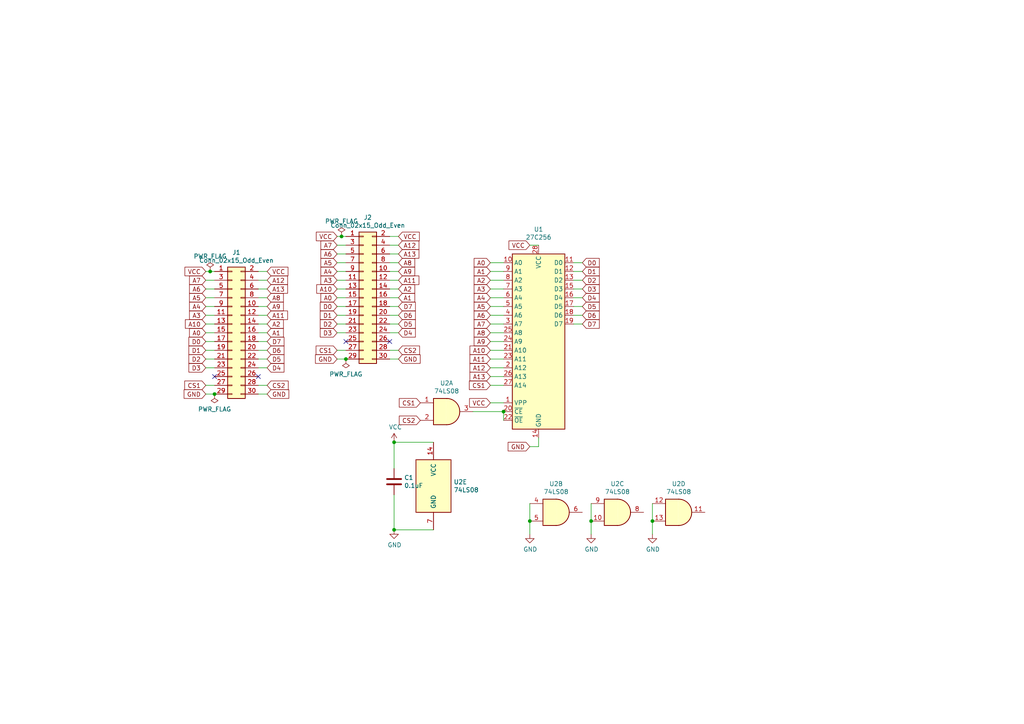
<source format=kicad_sch>
(kicad_sch (version 20211123) (generator eeschema)
  (paper "A4")
  (title_block (title "SVI328 MSX cartridge") (date "2021-10-30") (company "Noel Llopis"))
  (lib_symbols
    (symbol "74xx:74LS08" (pin_names (offset 1.016))
      (property "Reference" "U" (at 0 1.27 0))
      (property "Value" "74LS08" (at 0 -1.27 0))
      (symbol "74LS08_1_1"
        (arc (start 0 -3.81) (mid 3.81 0) (end 0 3.81) (stroke (width 0.254)) (fill (type background)))
        (polyline (pts (xy 0 3.81) (xy -3.81 3.81) (xy -3.81 -3.81) (xy 0 -3.81)) (stroke (width 0.254)) (fill (type background)))
        (pin input line (at -7.62 2.54 0) (length 3.81) (name "~") (number "1"))
        (pin input line (at -7.62 -2.54 0) (length 3.81) (name "~") (number "2"))
        (pin output line (at 7.62 0 180) (length 3.81) (name "~") (number "3"))
      )
      (symbol "74LS08_1_2"
        (arc (start -3.81 -3.81) (mid -2.589 0) (end -3.81 3.81) (stroke (width 0.254)))
        (arc (start -0.6096 -3.81) (mid 2.1842 -2.5851) (end 3.81 0) (stroke (width 0.254)) (fill (type background)))
        (polyline (pts (xy -3.81 -3.81) (xy -0.635 -3.81)) (stroke (width 0.254)) (fill (type background)))
        (polyline (pts (xy -3.81 3.81) (xy -0.635 3.81)) (stroke (width 0.254)) (fill (type background)))
        (polyline (pts (xy -0.635 3.81) (xy -3.81 3.81) (xy -3.81 3.81) (xy -3.556 3.4036) (xy -3.0226 2.2606) (xy -2.6924 1.0414) (xy -2.6162 -0.254) (xy -2.7686 -1.4986) (xy -3.175 -2.7178) (xy -3.81 -3.81) (xy -3.81 -3.81) (xy -0.635 -3.81)) (stroke (width -25.4)) (fill (type background)))
        (arc (start 3.81 0) (mid 2.1915 2.5936) (end -0.6096 3.81) (stroke (width 0.254)) (fill (type background)))
        (pin input inverted (at -7.62 2.54 0) (length 4.318) (name "~") (number "1"))
        (pin input inverted (at -7.62 -2.54 0) (length 4.318) (name "~") (number "2"))
        (pin output inverted (at 7.62 0 180) (length 3.81) (name "~") (number "3"))
      )
      (symbol "74LS08_2_1"
        (arc (start 0 -3.81) (mid 3.81 0) (end 0 3.81) (stroke (width 0.254)) (fill (type background)))
        (polyline (pts (xy 0 3.81) (xy -3.81 3.81) (xy -3.81 -3.81) (xy 0 -3.81)) (stroke (width 0.254)) (fill (type background)))
        (pin input line (at -7.62 2.54 0) (length 3.81) (name "~") (number "4"))
        (pin input line (at -7.62 -2.54 0) (length 3.81) (name "~") (number "5"))
        (pin output line (at 7.62 0 180) (length 3.81) (name "~") (number "6"))
      )
      (symbol "74LS08_2_2"
        (arc (start -3.81 -3.81) (mid -2.589 0) (end -3.81 3.81) (stroke (width 0.254)))
        (arc (start -0.6096 -3.81) (mid 2.1842 -2.5851) (end 3.81 0) (stroke (width 0.254)) (fill (type background)))
        (polyline (pts (xy -3.81 -3.81) (xy -0.635 -3.81)) (stroke (width 0.254)) (fill (type background)))
        (polyline (pts (xy -3.81 3.81) (xy -0.635 3.81)) (stroke (width 0.254)) (fill (type background)))
        (polyline (pts (xy -0.635 3.81) (xy -3.81 3.81) (xy -3.81 3.81) (xy -3.556 3.4036) (xy -3.0226 2.2606) (xy -2.6924 1.0414) (xy -2.6162 -0.254) (xy -2.7686 -1.4986) (xy -3.175 -2.7178) (xy -3.81 -3.81) (xy -3.81 -3.81) (xy -0.635 -3.81)) (stroke (width -25.4)) (fill (type background)))
        (arc (start 3.81 0) (mid 2.1915 2.5936) (end -0.6096 3.81) (stroke (width 0.254)) (fill (type background)))
        (pin input inverted (at -7.62 2.54 0) (length 4.318) (name "~") (number "4"))
        (pin input inverted (at -7.62 -2.54 0) (length 4.318) (name "~") (number "5"))
        (pin output inverted (at 7.62 0 180) (length 3.81) (name "~") (number "6"))
      )
      (symbol "74LS08_3_1"
        (arc (start 0 -3.81) (mid 3.81 0) (end 0 3.81) (stroke (width 0.254)) (fill (type background)))
        (polyline (pts (xy 0 3.81) (xy -3.81 3.81) (xy -3.81 -3.81) (xy 0 -3.81)) (stroke (width 0.254)) (fill (type background)))
        (pin input line (at -7.62 -2.54 0) (length 3.81) (name "~") (number "10"))
        (pin output line (at 7.62 0 180) (length 3.81) (name "~") (number "8"))
        (pin input line (at -7.62 2.54 0) (length 3.81) (name "~") (number "9"))
      )
      (symbol "74LS08_3_2"
        (arc (start -3.81 -3.81) (mid -2.589 0) (end -3.81 3.81) (stroke (width 0.254)))
        (arc (start -0.6096 -3.81) (mid 2.1842 -2.5851) (end 3.81 0) (stroke (width 0.254)) (fill (type background)))
        (polyline (pts (xy -3.81 -3.81) (xy -0.635 -3.81)) (stroke (width 0.254)) (fill (type background)))
        (polyline (pts (xy -3.81 3.81) (xy -0.635 3.81)) (stroke (width 0.254)) (fill (type background)))
        (polyline (pts (xy -0.635 3.81) (xy -3.81 3.81) (xy -3.81 3.81) (xy -3.556 3.4036) (xy -3.0226 2.2606) (xy -2.6924 1.0414) (xy -2.6162 -0.254) (xy -2.7686 -1.4986) (xy -3.175 -2.7178) (xy -3.81 -3.81) (xy -3.81 -3.81) (xy -0.635 -3.81)) (stroke (width -25.4)) (fill (type background)))
        (arc (start 3.81 0) (mid 2.1915 2.5936) (end -0.6096 3.81) (stroke (width 0.254)) (fill (type background)))
        (pin input inverted (at -7.62 -2.54 0) (length 4.318) (name "~") (number "10"))
        (pin output inverted (at 7.62 0 180) (length 3.81) (name "~") (number "8"))
        (pin input inverted (at -7.62 2.54 0) (length 4.318) (name "~") (number "9"))
      )
      (symbol "74LS08_4_1"
        (arc (start 0 -3.81) (mid 3.81 0) (end 0 3.81) (stroke (width 0.254)) (fill (type background)))
        (polyline (pts (xy 0 3.81) (xy -3.81 3.81) (xy -3.81 -3.81) (xy 0 -3.81)) (stroke (width 0.254)) (fill (type background)))
        (pin output line (at 7.62 0 180) (length 3.81) (name "~") (number "11"))
        (pin input line (at -7.62 2.54 0) (length 3.81) (name "~") (number "12"))
        (pin input line (at -7.62 -2.54 0) (length 3.81) (name "~") (number "13"))
      )
      (symbol "74LS08_4_2"
        (arc (start -3.81 -3.81) (mid -2.589 0) (end -3.81 3.81) (stroke (width 0.254)))
        (arc (start -0.6096 -3.81) (mid 2.1842 -2.5851) (end 3.81 0) (stroke (width 0.254)) (fill (type background)))
        (polyline (pts (xy -3.81 -3.81) (xy -0.635 -3.81)) (stroke (width 0.254)) (fill (type background)))
        (polyline (pts (xy -3.81 3.81) (xy -0.635 3.81)) (stroke (width 0.254)) (fill (type background)))
        (polyline (pts (xy -0.635 3.81) (xy -3.81 3.81) (xy -3.81 3.81) (xy -3.556 3.4036) (xy -3.0226 2.2606) (xy -2.6924 1.0414) (xy -2.6162 -0.254) (xy -2.7686 -1.4986) (xy -3.175 -2.7178) (xy -3.81 -3.81) (xy -3.81 -3.81) (xy -0.635 -3.81)) (stroke (width -25.4)) (fill (type background)))
        (arc (start 3.81 0) (mid 2.1915 2.5936) (end -0.6096 3.81) (stroke (width 0.254)) (fill (type background)))
        (pin output inverted (at 7.62 0 180) (length 3.81) (name "~") (number "11"))
        (pin input inverted (at -7.62 2.54 0) (length 4.318) (name "~") (number "12"))
        (pin input inverted (at -7.62 -2.54 0) (length 4.318) (name "~") (number "13"))
      )
      (symbol "74LS08_5_0"
        (pin power_in line (at 0 12.7 270) (length 5.08) (name "VCC") (number "14"))
        (pin power_in line (at 0 -12.7 90) (length 5.08) (name "GND") (number "7"))
      )
      (symbol "74LS08_5_1"
        (rectangle (start -5.08 7.62) (end 5.08 -7.62) (stroke (width 0.254)) (fill (type background)))
      )
    )
    (symbol "Connector_Generic:Conn_02x15_Odd_Even" (pin_names (offset 1.016) hide)
      (property "Reference" "J" (at 1.27 20.32 0))
      (property "Value" "Conn_02x15_Odd_Even" (at 1.27 -20.32 0))
      (symbol "Conn_02x15_Odd_Even_1_1"
        (rectangle (start -1.27 -17.653) (end 0 -17.907) (stroke (width 0.1524)))
        (rectangle (start -1.27 -15.113) (end 0 -15.367) (stroke (width 0.1524)))
        (rectangle (start -1.27 -12.573) (end 0 -12.827) (stroke (width 0.1524)))
        (rectangle (start -1.27 -10.033) (end 0 -10.287) (stroke (width 0.1524)))
        (rectangle (start -1.27 -7.493) (end 0 -7.747) (stroke (width 0.1524)))
        (rectangle (start -1.27 -4.953) (end 0 -5.207) (stroke (width 0.1524)))
        (rectangle (start -1.27 -2.413) (end 0 -2.667) (stroke (width 0.1524)))
        (rectangle (start -1.27 0.127) (end 0 -0.127) (stroke (width 0.1524)))
        (rectangle (start -1.27 2.667) (end 0 2.413) (stroke (width 0.1524)))
        (rectangle (start -1.27 5.207) (end 0 4.953) (stroke (width 0.1524)))
        (rectangle (start -1.27 7.747) (end 0 7.493) (stroke (width 0.1524)))
        (rectangle (start -1.27 10.287) (end 0 10.033) (stroke (width 0.1524)))
        (rectangle (start -1.27 12.827) (end 0 12.573) (stroke (width 0.1524)))
        (rectangle (start -1.27 15.367) (end 0 15.113) (stroke (width 0.1524)))
        (rectangle (start -1.27 17.907) (end 0 17.653) (stroke (width 0.1524)))
        (rectangle (start -1.27 19.05) (end 3.81 -19.05) (stroke (width 0.254)) (fill (type background)))
        (rectangle (start 3.81 -17.653) (end 2.54 -17.907) (stroke (width 0.1524)))
        (rectangle (start 3.81 -15.113) (end 2.54 -15.367) (stroke (width 0.1524)))
        (rectangle (start 3.81 -12.573) (end 2.54 -12.827) (stroke (width 0.1524)))
        (rectangle (start 3.81 -10.033) (end 2.54 -10.287) (stroke (width 0.1524)))
        (rectangle (start 3.81 -7.493) (end 2.54 -7.747) (stroke (width 0.1524)))
        (rectangle (start 3.81 -4.953) (end 2.54 -5.207) (stroke (width 0.1524)))
        (rectangle (start 3.81 -2.413) (end 2.54 -2.667) (stroke (width 0.1524)))
        (rectangle (start 3.81 0.127) (end 2.54 -0.127) (stroke (width 0.1524)))
        (rectangle (start 3.81 2.667) (end 2.54 2.413) (stroke (width 0.1524)))
        (rectangle (start 3.81 5.207) (end 2.54 4.953) (stroke (width 0.1524)))
        (rectangle (start 3.81 7.747) (end 2.54 7.493) (stroke (width 0.1524)))
        (rectangle (start 3.81 10.287) (end 2.54 10.033) (stroke (width 0.1524)))
        (rectangle (start 3.81 12.827) (end 2.54 12.573) (stroke (width 0.1524)))
        (rectangle (start 3.81 15.367) (end 2.54 15.113) (stroke (width 0.1524)))
        (rectangle (start 3.81 17.907) (end 2.54 17.653) (stroke (width 0.1524)))
        (pin passive line (at -5.08 17.78 0) (length 3.81) (name "Pin_1") (number "1"))
        (pin passive line (at 7.62 7.62 180) (length 3.81) (name "Pin_10") (number "10"))
        (pin passive line (at -5.08 5.08 0) (length 3.81) (name "Pin_11") (number "11"))
        (pin passive line (at 7.62 5.08 180) (length 3.81) (name "Pin_12") (number "12"))
        (pin passive line (at -5.08 2.54 0) (length 3.81) (name "Pin_13") (number "13"))
        (pin passive line (at 7.62 2.54 180) (length 3.81) (name "Pin_14") (number "14"))
        (pin passive line (at -5.08 0 0) (length 3.81) (name "Pin_15") (number "15"))
        (pin passive line (at 7.62 0 180) (length 3.81) (name "Pin_16") (number "16"))
        (pin passive line (at -5.08 -2.54 0) (length 3.81) (name "Pin_17") (number "17"))
        (pin passive line (at 7.62 -2.54 180) (length 3.81) (name "Pin_18") (number "18"))
        (pin passive line (at -5.08 -5.08 0) (length 3.81) (name "Pin_19") (number "19"))
        (pin passive line (at 7.62 17.78 180) (length 3.81) (name "Pin_2") (number "2"))
        (pin passive line (at 7.62 -5.08 180) (length 3.81) (name "Pin_20") (number "20"))
        (pin passive line (at -5.08 -7.62 0) (length 3.81) (name "Pin_21") (number "21"))
        (pin passive line (at 7.62 -7.62 180) (length 3.81) (name "Pin_22") (number "22"))
        (pin passive line (at -5.08 -10.16 0) (length 3.81) (name "Pin_23") (number "23"))
        (pin passive line (at 7.62 -10.16 180) (length 3.81) (name "Pin_24") (number "24"))
        (pin passive line (at -5.08 -12.7 0) (length 3.81) (name "Pin_25") (number "25"))
        (pin passive line (at 7.62 -12.7 180) (length 3.81) (name "Pin_26") (number "26"))
        (pin passive line (at -5.08 -15.24 0) (length 3.81) (name "Pin_27") (number "27"))
        (pin passive line (at 7.62 -15.24 180) (length 3.81) (name "Pin_28") (number "28"))
        (pin passive line (at -5.08 -17.78 0) (length 3.81) (name "Pin_29") (number "29"))
        (pin passive line (at -5.08 15.24 0) (length 3.81) (name "Pin_3") (number "3"))
        (pin passive line (at 7.62 -17.78 180) (length 3.81) (name "Pin_30") (number "30"))
        (pin passive line (at 7.62 15.24 180) (length 3.81) (name "Pin_4") (number "4"))
        (pin passive line (at -5.08 12.7 0) (length 3.81) (name "Pin_5") (number "5"))
        (pin passive line (at 7.62 12.7 180) (length 3.81) (name "Pin_6") (number "6"))
        (pin passive line (at -5.08 10.16 0) (length 3.81) (name "Pin_7") (number "7"))
        (pin passive line (at 7.62 10.16 180) (length 3.81) (name "Pin_8") (number "8"))
        (pin passive line (at -5.08 7.62 0) (length 3.81) (name "Pin_9") (number "9"))
      )
    )
    (symbol "Device:C" (pin_numbers hide) (pin_names (offset 0.254))
      (property "Reference" "C" (at 0.635 2.54 0))
      (property "Value" "C" (at 0.635 -2.54 0))
      (symbol "C_0_1"
        (polyline (pts (xy -2.032 -0.762) (xy 2.032 -0.762)) (stroke (width 0.508)))
        (polyline (pts (xy -2.032 0.762) (xy 2.032 0.762)) (stroke (width 0.508)))
      )
      (symbol "C_1_1"
        (pin passive line (at 0 3.81 270) (length 2.794) (name "~") (number "1"))
        (pin passive line (at 0 -3.81 90) (length 2.794) (name "~") (number "2"))
      )
    )
    (symbol "Memory_EPROM:27C256"
      (property "Reference" "U" (at -7.62 26.67 0))
      (property "Value" "27C256" (at 2.54 -26.67 0))
      (symbol "27C256_1_1"
        (rectangle (start -7.62 25.4) (end 7.62 -25.4) (stroke (width 0.254)) (fill (type background)))
        (pin input line (at -10.16 -17.78 0) (length 2.54) (name "VPP") (number "1"))
        (pin input line (at -10.16 22.86 0) (length 2.54) (name "A0") (number "10"))
        (pin tri_state line (at 10.16 22.86 180) (length 2.54) (name "D0") (number "11"))
        (pin tri_state line (at 10.16 20.32 180) (length 2.54) (name "D1") (number "12"))
        (pin tri_state line (at 10.16 17.78 180) (length 2.54) (name "D2") (number "13"))
        (pin power_in line (at 0 -27.94 90) (length 2.54) (name "GND") (number "14"))
        (pin tri_state line (at 10.16 15.24 180) (length 2.54) (name "D3") (number "15"))
        (pin tri_state line (at 10.16 12.7 180) (length 2.54) (name "D4") (number "16"))
        (pin tri_state line (at 10.16 10.16 180) (length 2.54) (name "D5") (number "17"))
        (pin tri_state line (at 10.16 7.62 180) (length 2.54) (name "D6") (number "18"))
        (pin tri_state line (at 10.16 5.08 180) (length 2.54) (name "D7") (number "19"))
        (pin input line (at -10.16 -7.62 0) (length 2.54) (name "A12") (number "2"))
        (pin input line (at -10.16 -20.32 0) (length 2.54) (name "~{CE}") (number "20"))
        (pin input line (at -10.16 -2.54 0) (length 2.54) (name "A10") (number "21"))
        (pin input line (at -10.16 -22.86 0) (length 2.54) (name "~{OE}") (number "22"))
        (pin input line (at -10.16 -5.08 0) (length 2.54) (name "A11") (number "23"))
        (pin input line (at -10.16 0 0) (length 2.54) (name "A9") (number "24"))
        (pin input line (at -10.16 2.54 0) (length 2.54) (name "A8") (number "25"))
        (pin input line (at -10.16 -10.16 0) (length 2.54) (name "A13") (number "26"))
        (pin input line (at -10.16 -12.7 0) (length 2.54) (name "A14") (number "27"))
        (pin power_in line (at 0 27.94 270) (length 2.54) (name "VCC") (number "28"))
        (pin input line (at -10.16 5.08 0) (length 2.54) (name "A7") (number "3"))
        (pin input line (at -10.16 7.62 0) (length 2.54) (name "A6") (number "4"))
        (pin input line (at -10.16 10.16 0) (length 2.54) (name "A5") (number "5"))
        (pin input line (at -10.16 12.7 0) (length 2.54) (name "A4") (number "6"))
        (pin input line (at -10.16 15.24 0) (length 2.54) (name "A3") (number "7"))
        (pin input line (at -10.16 17.78 0) (length 2.54) (name "A2") (number "8"))
        (pin input line (at -10.16 20.32 0) (length 2.54) (name "A1") (number "9"))
      )
    )
    (symbol "power:GND" (power) (pin_names (offset 0))
      (property "Value" "GND" (at 0 -3.81 0))
      (symbol "GND_0_1"
        (polyline (pts (xy 0 0) (xy 0 -1.27) (xy 1.27 -1.27) (xy 0 -2.54) (xy -1.27 -1.27) (xy 0 -1.27)))
      )
      (symbol "GND_1_1"
        (pin power_in line (at 0 0 270) (length 0) hide (name "GND") (number "1"))
      )
    )
    (symbol "power:PWR_FLAG" (power) (pin_numbers hide) (pin_names (offset 0) hide)
      (property "Value" "PWR_FLAG" (at 0 3.81 0))
      (symbol "PWR_FLAG_0_0"
        (pin power_out line (at 0 0 90) (length 0) (name "pwr") (number "1"))
      )
      (symbol "PWR_FLAG_0_1"
        (polyline (pts (xy 0 0) (xy 0 1.27) (xy -1.016 1.905) (xy 0 2.54) (xy 1.016 1.905) (xy 0 1.27)))
      )
    )
    (symbol "power:VCC" (power) (pin_names (offset 0))
      (property "Value" "VCC" (at 0 3.81 0))
      (symbol "VCC_0_1"
        (polyline (pts (xy -0.762 1.27) (xy 0 2.54)))
        (polyline (pts (xy 0 0) (xy 0 2.54)))
        (polyline (pts (xy 0 2.54) (xy 0.762 1.27)))
      )
      (symbol "VCC_1_1"
        (pin power_in line (at 0 0 90) (length 0) hide (name "VCC") (number "1"))
      )
    )
  )
  (junction (at 99.06 68.58))
  (junction (at 60.96 78.74))
  (junction (at 114.3 128.27))
  (junction (at 62.23 114.3))
  (junction (at 146.05 119.38))
  (junction (at 114.3 153.67))
  (junction (at 171.45 151.13))
  (junction (at 100.33 104.14))
  (junction (at 189.23 151.13))
  (junction (at 153.67 151.13))
  (no_connect (at 62.23 109.22))
  (no_connect (at 100.33 99.06))
  (no_connect (at 113.03 99.06))
  (no_connect (at 74.93 109.22))
  (wire (pts (xy 146.05 116.84) (xy 142.24 116.84)))
  (wire (pts (xy 62.23 91.44) (xy 59.69 91.44)))
  (wire (pts (xy 113.03 86.36) (xy 115.57 86.36)))
  (wire (pts (xy 62.23 99.06) (xy 59.69 99.06)))
  (wire (pts (xy 62.23 93.98) (xy 59.69 93.98)))
  (wire (pts (xy 62.23 78.74) (xy 60.96 78.74)))
  (wire (pts (xy 100.33 81.28) (xy 97.79 81.28)))
  (wire (pts (xy 113.03 88.9) (xy 115.57 88.9)))
  (wire (pts (xy 62.23 81.28) (xy 59.69 81.28)))
  (wire (pts (xy 100.33 101.6) (xy 97.79 101.6)))
  (wire (pts (xy 166.37 93.98) (xy 168.91 93.98)))
  (wire (pts (xy 74.93 83.82) (xy 77.47 83.82)))
  (wire (pts (xy 146.05 93.98) (xy 142.24 93.98)))
  (wire (pts (xy 100.33 76.2) (xy 97.79 76.2)))
  (wire (pts (xy 62.23 96.52) (xy 59.69 96.52)))
  (wire (pts (xy 62.23 114.3) (xy 59.69 114.3)))
  (wire (pts (xy 146.05 104.14) (xy 142.24 104.14)))
  (wire (pts (xy 74.93 78.74) (xy 77.47 78.74)))
  (wire (pts (xy 74.93 86.36) (xy 77.47 86.36)))
  (wire (pts (xy 146.05 81.28) (xy 142.24 81.28)))
  (wire (pts (xy 146.05 96.52) (xy 142.24 96.52)))
  (wire (pts (xy 146.05 119.38) (xy 137.16 119.38)))
  (wire (pts (xy 74.93 96.52) (xy 77.47 96.52)))
  (wire (pts (xy 166.37 81.28) (xy 168.91 81.28)))
  (wire (pts (xy 74.93 88.9) (xy 77.47 88.9)))
  (wire (pts (xy 146.05 76.2) (xy 142.24 76.2)))
  (wire (pts (xy 146.05 83.82) (xy 142.24 83.82)))
  (wire (pts (xy 156.21 127) (xy 156.21 129.54)))
  (wire (pts (xy 62.23 88.9) (xy 59.69 88.9)))
  (wire (pts (xy 113.03 76.2) (xy 115.57 76.2)))
  (wire (pts (xy 74.93 114.3) (xy 77.47 114.3)))
  (wire (pts (xy 100.33 83.82) (xy 97.79 83.82)))
  (wire (pts (xy 100.33 104.14) (xy 97.79 104.14)))
  (wire (pts (xy 166.37 76.2) (xy 168.91 76.2)))
  (wire (pts (xy 189.23 151.13) (xy 189.23 154.94)))
  (wire (pts (xy 153.67 146.05) (xy 153.67 151.13)))
  (wire (pts (xy 62.23 86.36) (xy 59.69 86.36)))
  (wire (pts (xy 171.45 154.94) (xy 171.45 151.13)))
  (wire (pts (xy 146.05 99.06) (xy 142.24 99.06)))
  (wire (pts (xy 62.23 111.76) (xy 59.69 111.76)))
  (wire (pts (xy 74.93 104.14) (xy 77.47 104.14)))
  (wire (pts (xy 114.3 143.51) (xy 114.3 153.67)))
  (wire (pts (xy 146.05 101.6) (xy 142.24 101.6)))
  (wire (pts (xy 100.33 86.36) (xy 97.79 86.36)))
  (wire (pts (xy 146.05 111.76) (xy 142.24 111.76)))
  (wire (pts (xy 113.03 68.58) (xy 115.57 68.58)))
  (wire (pts (xy 62.23 83.82) (xy 59.69 83.82)))
  (wire (pts (xy 74.93 106.68) (xy 77.47 106.68)))
  (wire (pts (xy 171.45 146.05) (xy 171.45 151.13)))
  (wire (pts (xy 113.03 73.66) (xy 115.57 73.66)))
  (wire (pts (xy 146.05 88.9) (xy 142.24 88.9)))
  (wire (pts (xy 60.96 78.74) (xy 59.69 78.74)))
  (wire (pts (xy 113.03 104.14) (xy 115.57 104.14)))
  (wire (pts (xy 100.33 73.66) (xy 97.79 73.66)))
  (wire (pts (xy 100.33 68.58) (xy 99.06 68.58)))
  (wire (pts (xy 62.23 106.68) (xy 59.69 106.68)))
  (wire (pts (xy 113.03 93.98) (xy 115.57 93.98)))
  (wire (pts (xy 114.3 128.27) (xy 114.3 135.89)))
  (wire (pts (xy 113.03 91.44) (xy 115.57 91.44)))
  (wire (pts (xy 74.93 101.6) (xy 77.47 101.6)))
  (wire (pts (xy 99.06 68.58) (xy 97.79 68.58)))
  (wire (pts (xy 113.03 71.12) (xy 115.57 71.12)))
  (wire (pts (xy 156.21 129.54) (xy 153.67 129.54)))
  (wire (pts (xy 62.23 101.6) (xy 59.69 101.6)))
  (wire (pts (xy 166.37 78.74) (xy 168.91 78.74)))
  (wire (pts (xy 62.23 104.14) (xy 59.69 104.14)))
  (wire (pts (xy 113.03 101.6) (xy 115.57 101.6)))
  (wire (pts (xy 166.37 88.9) (xy 168.91 88.9)))
  (wire (pts (xy 125.73 128.27) (xy 114.3 128.27)))
  (wire (pts (xy 146.05 109.22) (xy 142.24 109.22)))
  (wire (pts (xy 113.03 78.74) (xy 115.57 78.74)))
  (wire (pts (xy 74.93 99.06) (xy 77.47 99.06)))
  (wire (pts (xy 100.33 88.9) (xy 97.79 88.9)))
  (wire (pts (xy 166.37 83.82) (xy 168.91 83.82)))
  (wire (pts (xy 74.93 111.76) (xy 77.47 111.76)))
  (wire (pts (xy 153.67 151.13) (xy 153.67 154.94)))
  (wire (pts (xy 113.03 96.52) (xy 115.57 96.52)))
  (wire (pts (xy 74.93 81.28) (xy 77.47 81.28)))
  (wire (pts (xy 113.03 81.28) (xy 115.57 81.28)))
  (wire (pts (xy 146.05 121.92) (xy 146.05 119.38)))
  (wire (pts (xy 100.33 93.98) (xy 97.79 93.98)))
  (wire (pts (xy 146.05 86.36) (xy 142.24 86.36)))
  (wire (pts (xy 156.21 71.12) (xy 153.67 71.12)))
  (wire (pts (xy 146.05 91.44) (xy 142.24 91.44)))
  (wire (pts (xy 74.93 93.98) (xy 77.47 93.98)))
  (wire (pts (xy 100.33 96.52) (xy 97.79 96.52)))
  (wire (pts (xy 189.23 146.05) (xy 189.23 151.13)))
  (wire (pts (xy 146.05 78.74) (xy 142.24 78.74)))
  (wire (pts (xy 74.93 91.44) (xy 77.47 91.44)))
  (wire (pts (xy 100.33 78.74) (xy 97.79 78.74)))
  (wire (pts (xy 100.33 91.44) (xy 97.79 91.44)))
  (wire (pts (xy 100.33 71.12) (xy 97.79 71.12)))
  (wire (pts (xy 113.03 83.82) (xy 115.57 83.82)))
  (wire (pts (xy 125.73 153.67) (xy 114.3 153.67)))
  (wire (pts (xy 166.37 86.36) (xy 168.91 86.36)))
  (wire (pts (xy 146.05 106.68) (xy 142.24 106.68)))
  (wire (pts (xy 166.37 91.44) (xy 168.91 91.44)))
  (global_label "VCC" (shape input) (at 77.47 78.74 0) (property "Intersheet References" "${INTERSHEET_REFS}" (effects hide)))
  (global_label "A8" (shape input) (at 77.47 86.36 0) (property "Intersheet References" "${INTERSHEET_REFS}" (effects hide)))
  (global_label "D4" (shape input) (at 115.57 96.52 0) (property "Intersheet References" "${INTERSHEET_REFS}" (effects hide)))
  (global_label "D3" (shape input) (at 59.69 106.68 180) (property "Intersheet References" "${INTERSHEET_REFS}" (effects hide)))
  (global_label "VCC" (shape input) (at 153.67 71.12 180) (property "Intersheet References" "${INTERSHEET_REFS}" (effects hide)))
  (global_label "A12" (shape input) (at 115.57 71.12 0) (property "Intersheet References" "${INTERSHEET_REFS}" (effects hide)))
  (global_label "D2" (shape input) (at 59.69 104.14 180) (property "Intersheet References" "${INTERSHEET_REFS}" (effects hide)))
  (global_label "A13" (shape input) (at 77.47 83.82 0) (property "Intersheet References" "${INTERSHEET_REFS}" (effects hide)))
  (global_label "CS2" (shape input) (at 77.47 111.76 0) (property "Intersheet References" "${INTERSHEET_REFS}" (effects hide)))
  (global_label "D2" (shape input) (at 97.79 93.98 180) (property "Intersheet References" "${INTERSHEET_REFS}" (effects hide)))
  (global_label "A6" (shape input) (at 142.24 91.44 180) (property "Intersheet References" "${INTERSHEET_REFS}" (effects hide)))
  (global_label "A11" (shape input) (at 115.57 81.28 0) (property "Intersheet References" "${INTERSHEET_REFS}" (effects hide)))
  (global_label "A0" (shape input) (at 59.69 96.52 180) (property "Intersheet References" "${INTERSHEET_REFS}" (effects hide)))
  (global_label "A10" (shape input) (at 59.69 93.98 180) (property "Intersheet References" "${INTERSHEET_REFS}" (effects hide)))
  (global_label "A5" (shape input) (at 142.24 88.9 180) (property "Intersheet References" "${INTERSHEET_REFS}" (effects hide)))
  (global_label "D6" (shape input) (at 168.91 91.44 0) (property "Intersheet References" "${INTERSHEET_REFS}" (effects hide)))
  (global_label "D1" (shape input) (at 59.69 101.6 180) (property "Intersheet References" "${INTERSHEET_REFS}" (effects hide)))
  (global_label "VCC" (shape input) (at 142.24 116.84 180) (property "Intersheet References" "${INTERSHEET_REFS}" (effects hide)))
  (global_label "D5" (shape input) (at 77.47 104.14 0) (property "Intersheet References" "${INTERSHEET_REFS}" (effects hide)))
  (global_label "A9" (shape input) (at 142.24 99.06 180) (property "Intersheet References" "${INTERSHEET_REFS}" (effects hide)))
  (global_label "A3" (shape input) (at 97.79 81.28 180) (property "Intersheet References" "${INTERSHEET_REFS}" (effects hide)))
  (global_label "A7" (shape input) (at 97.79 71.12 180) (property "Intersheet References" "${INTERSHEET_REFS}" (effects hide)))
  (global_label "D0" (shape input) (at 97.79 88.9 180) (property "Intersheet References" "${INTERSHEET_REFS}" (effects hide)))
  (global_label "A2" (shape input) (at 77.47 93.98 0) (property "Intersheet References" "${INTERSHEET_REFS}" (effects hide)))
  (global_label "A4" (shape input) (at 59.69 88.9 180) (property "Intersheet References" "${INTERSHEET_REFS}" (effects hide)))
  (global_label "CS1" (shape input) (at 59.69 111.76 180) (property "Intersheet References" "${INTERSHEET_REFS}" (effects hide)))
  (global_label "D0" (shape input) (at 59.69 99.06 180) (property "Intersheet References" "${INTERSHEET_REFS}" (effects hide)))
  (global_label "A1" (shape input) (at 115.57 86.36 0) (property "Intersheet References" "${INTERSHEET_REFS}" (effects hide)))
  (global_label "A13" (shape input) (at 115.57 73.66 0) (property "Intersheet References" "${INTERSHEET_REFS}" (effects hide)))
  (global_label "A13" (shape input) (at 142.24 109.22 180) (property "Intersheet References" "${INTERSHEET_REFS}" (effects hide)))
  (global_label "CS2" (shape input) (at 115.57 101.6 0) (property "Intersheet References" "${INTERSHEET_REFS}" (effects hide)))
  (global_label "A10" (shape input) (at 97.79 83.82 180) (property "Intersheet References" "${INTERSHEET_REFS}" (effects hide)))
  (global_label "VCC" (shape input) (at 115.57 68.58 0) (property "Intersheet References" "${INTERSHEET_REFS}" (effects hide)))
  (global_label "D6" (shape input) (at 115.57 91.44 0) (property "Intersheet References" "${INTERSHEET_REFS}" (effects hide)))
  (global_label "A1" (shape input) (at 77.47 96.52 0) (property "Intersheet References" "${INTERSHEET_REFS}" (effects hide)))
  (global_label "GND" (shape input) (at 115.57 104.14 0) (property "Intersheet References" "${INTERSHEET_REFS}" (effects hide)))
  (global_label "A11" (shape input) (at 142.24 104.14 180) (property "Intersheet References" "${INTERSHEET_REFS}" (effects hide)))
  (global_label "A12" (shape input) (at 77.47 81.28 0) (property "Intersheet References" "${INTERSHEET_REFS}" (effects hide)))
  (global_label "GND" (shape input) (at 59.69 114.3 180) (property "Intersheet References" "${INTERSHEET_REFS}" (effects hide)))
  (global_label "VCC" (shape input) (at 59.69 78.74 180) (property "Intersheet References" "${INTERSHEET_REFS}" (effects hide)))
  (global_label "A3" (shape input) (at 59.69 91.44 180) (property "Intersheet References" "${INTERSHEET_REFS}" (effects hide)))
  (global_label "GND" (shape input) (at 153.67 129.54 180) (property "Intersheet References" "${INTERSHEET_REFS}" (effects hide)))
  (global_label "A12" (shape input) (at 142.24 106.68 180) (property "Intersheet References" "${INTERSHEET_REFS}" (effects hide)))
  (global_label "CS1" (shape input) (at 142.24 111.76 180) (property "Intersheet References" "${INTERSHEET_REFS}" (effects hide)))
  (global_label "D4" (shape input) (at 168.91 86.36 0) (property "Intersheet References" "${INTERSHEET_REFS}" (effects hide)))
  (global_label "A11" (shape input) (at 77.47 91.44 0) (property "Intersheet References" "${INTERSHEET_REFS}" (effects hide)))
  (global_label "D7" (shape input) (at 168.91 93.98 0) (property "Intersheet References" "${INTERSHEET_REFS}" (effects hide)))
  (global_label "GND" (shape input) (at 77.47 114.3 0) (property "Intersheet References" "${INTERSHEET_REFS}" (effects hide)))
  (global_label "D1" (shape input) (at 168.91 78.74 0) (property "Intersheet References" "${INTERSHEET_REFS}" (effects hide)))
  (global_label "D6" (shape input) (at 77.47 101.6 0) (property "Intersheet References" "${INTERSHEET_REFS}" (effects hide)))
  (global_label "D5" (shape input) (at 115.57 93.98 0) (property "Intersheet References" "${INTERSHEET_REFS}" (effects hide)))
  (global_label "CS1" (shape input) (at 121.92 116.84 180) (property "Intersheet References" "${INTERSHEET_REFS}" (effects hide)))
  (global_label "A6" (shape input) (at 97.79 73.66 180) (property "Intersheet References" "${INTERSHEET_REFS}" (effects hide)))
  (global_label "A10" (shape input) (at 142.24 101.6 180) (property "Intersheet References" "${INTERSHEET_REFS}" (effects hide)))
  (global_label "A6" (shape input) (at 59.69 83.82 180) (property "Intersheet References" "${INTERSHEET_REFS}" (effects hide)))
  (global_label "D3" (shape input) (at 97.79 96.52 180) (property "Intersheet References" "${INTERSHEET_REFS}" (effects hide)))
  (global_label "D2" (shape input) (at 168.91 81.28 0) (property "Intersheet References" "${INTERSHEET_REFS}" (effects hide)))
  (global_label "A0" (shape input) (at 142.24 76.2 180) (property "Intersheet References" "${INTERSHEET_REFS}" (effects hide)))
  (global_label "A7" (shape input) (at 59.69 81.28 180) (property "Intersheet References" "${INTERSHEET_REFS}" (effects hide)))
  (global_label "A5" (shape input) (at 97.79 76.2 180) (property "Intersheet References" "${INTERSHEET_REFS}" (effects hide)))
  (global_label "A4" (shape input) (at 97.79 78.74 180) (property "Intersheet References" "${INTERSHEET_REFS}" (effects hide)))
  (global_label "A5" (shape input) (at 59.69 86.36 180) (property "Intersheet References" "${INTERSHEET_REFS}" (effects hide)))
  (global_label "CS2" (shape input) (at 121.92 121.92 180) (property "Intersheet References" "${INTERSHEET_REFS}" (effects hide)))
  (global_label "D0" (shape input) (at 168.91 76.2 0) (property "Intersheet References" "${INTERSHEET_REFS}" (effects hide)))
  (global_label "D3" (shape input) (at 168.91 83.82 0) (property "Intersheet References" "${INTERSHEET_REFS}" (effects hide)))
  (global_label "A9" (shape input) (at 77.47 88.9 0) (property "Intersheet References" "${INTERSHEET_REFS}" (effects hide)))
  (global_label "A8" (shape input) (at 115.57 76.2 0) (property "Intersheet References" "${INTERSHEET_REFS}" (effects hide)))
  (global_label "A1" (shape input) (at 142.24 78.74 180) (property "Intersheet References" "${INTERSHEET_REFS}" (effects hide)))
  (global_label "A2" (shape input) (at 115.57 83.82 0) (property "Intersheet References" "${INTERSHEET_REFS}" (effects hide)))
  (global_label "A0" (shape input) (at 97.79 86.36 180) (property "Intersheet References" "${INTERSHEET_REFS}" (effects hide)))
  (global_label "D7" (shape input) (at 77.47 99.06 0) (property "Intersheet References" "${INTERSHEET_REFS}" (effects hide)))
  (global_label "VCC" (shape input) (at 97.79 68.58 180) (property "Intersheet References" "${INTERSHEET_REFS}" (effects hide)))
  (global_label "D4" (shape input) (at 77.47 106.68 0) (property "Intersheet References" "${INTERSHEET_REFS}" (effects hide)))
  (global_label "A2" (shape input) (at 142.24 81.28 180) (property "Intersheet References" "${INTERSHEET_REFS}" (effects hide)))
  (global_label "A4" (shape input) (at 142.24 86.36 180) (property "Intersheet References" "${INTERSHEET_REFS}" (effects hide)))
  (global_label "A7" (shape input) (at 142.24 93.98 180) (property "Intersheet References" "${INTERSHEET_REFS}" (effects hide)))
  (global_label "D5" (shape input) (at 168.91 88.9 0) (property "Intersheet References" "${INTERSHEET_REFS}" (effects hide)))
  (global_label "CS1" (shape input) (at 97.79 101.6 180) (property "Intersheet References" "${INTERSHEET_REFS}" (effects hide)))
  (global_label "D1" (shape input) (at 97.79 91.44 180) (property "Intersheet References" "${INTERSHEET_REFS}" (effects hide)))
  (global_label "A8" (shape input) (at 142.24 96.52 180) (property "Intersheet References" "${INTERSHEET_REFS}" (effects hide)))
  (global_label "D7" (shape input) (at 115.57 88.9 0) (property "Intersheet References" "${INTERSHEET_REFS}" (effects hide)))
  (global_label "A9" (shape input) (at 115.57 78.74 0) (property "Intersheet References" "${INTERSHEET_REFS}" (effects hide)))
  (global_label "A3" (shape input) (at 142.24 83.82 180) (property "Intersheet References" "${INTERSHEET_REFS}" (effects hide)))
  (global_label "GND" (shape input) (at 97.79 104.14 180) (property "Intersheet References" "${INTERSHEET_REFS}" (effects hide)))
  (symbol (lib_id "Memory_EPROM:27C256") (at 156.21 99.06 0) (unit 1)
    (property "Reference" "U1" (at 156.21 66.5226 0))
    (property "Value" "27C256" (at 156.21 68.834 0))
    (property "Footprint" "Package_DIP:DIP-28_W15.24mm" (effects hide))
    (property "Datasheet" "http://ww1.microchip.com/downloads/en/DeviceDoc/doc0014.pdf" (effects hide))
  )
  (symbol (lib_id "74xx:74LS08") (at 129.54 119.38 0) (unit 1)
    (property "Reference" "U2" (at 129.54 111.125 0))
    (property "Value" "74LS08" (at 129.54 113.4364 0))
    (property "Footprint" "Package_DIP:DIP-14_W7.62mm" (effects hide))
    (property "Datasheet" "http://www.ti.com/lit/gpn/sn74LS08" (effects hide))
  )
  (symbol (lib_id "Connector_Generic:Conn_02x15_Odd_Even") (at 67.31 96.52 0) (unit 1)
    (property "Reference" "J1" (at 68.58 73.2282 0))
    (property "Value" "Conn_02x15_Odd_Even" (at 68.58 75.5396 0))
    (property "Footprint" "svi328:svi328_cartridge" (effects hide))
  )
  (symbol (lib_id "power:PWR_FLAG") (at 60.96 78.74 0) (unit 1)
    (property "Reference" "#FLG0101" (effects hide))
    (property "Value" "PWR_FLAG" (at 60.96 74.3458 0))
  )
  (symbol (lib_id "power:PWR_FLAG") (at 62.23 114.3 0) (mirror x) (unit 1)
    (property "Reference" "#FLG0102" (effects hide))
    (property "Value" "PWR_FLAG" (at 62.23 118.6942 0))
  )
  (symbol (lib_id "Device:C") (at 114.3 139.7 0) (unit 1)
    (property "Reference" "C1" (at 117.221 138.5316 0) (effects (justify left)))
    (property "Value" "0.1uF" (at 117.221 140.843 0) (effects (justify left)))
    (property "Footprint" "Capacitor_THT:C_Disc_D4.3mm_W1.9mm_P5.00mm" (effects hide))
  )
  (symbol (lib_id "power:GND") (at 114.3 153.67 0) (unit 1)
    (property "Reference" "#PWR0102" (effects hide))
    (property "Value" "GND" (at 114.427 158.0642 0))
  )
  (symbol (lib_id "power:VCC") (at 114.3 128.27 0) (unit 1)
    (property "Reference" "#PWR0101" (effects hide))
    (property "Value" "VCC" (at 114.681 123.8758 0))
  )
  (symbol (lib_id "74xx:74LS08") (at 125.73 140.97 0) (unit 5)
    (property "Reference" "U2" (at 131.572 139.8016 0) (effects (justify left)))
    (property "Value" "74LS08" (at 131.572 142.113 0) (effects (justify left)))
    (property "Footprint" "Package_DIP:DIP-14_W7.62mm" (effects hide))
    (property "Datasheet" "http://www.ti.com/lit/gpn/sn74LS08" (effects hide))
  )
  (symbol (lib_id "power:PWR_FLAG") (at 99.06 68.58 0) (unit 1)
    (property "Reference" "#FLG0103" (effects hide))
    (property "Value" "PWR_FLAG" (at 99.06 64.1858 0))
  )
  (symbol (lib_id "power:PWR_FLAG") (at 100.33 104.14 0) (mirror x) (unit 1)
    (property "Reference" "#FLG0104" (effects hide))
    (property "Value" "PWR_FLAG" (at 100.33 108.5342 0))
  )
  (symbol (lib_id "Connector_Generic:Conn_02x15_Odd_Even") (at 105.41 86.36 0) (unit 1)
    (property "Reference" "J2" (at 106.68 63.0682 0))
    (property "Value" "Conn_02x15_Odd_Even" (at 106.68 65.3796 0))
    (property "Footprint" "Connector_PinHeader_2.54mm:PinHeader_2x15_P2.54mm_Vertical" (effects hide))
  )
  (symbol (lib_id "74xx:74LS08") (at 161.29 148.59 0) (unit 2)
    (property "Reference" "U2" (at 161.29 140.335 0))
    (property "Value" "74LS08" (at 161.29 142.6464 0))
    (property "Footprint" "Package_DIP:DIP-14_W7.62mm" (effects hide))
    (property "Datasheet" "http://www.ti.com/lit/gpn/sn74LS08" (effects hide))
  )
  (symbol (lib_id "74xx:74LS08") (at 179.07 148.59 0) (unit 3)
    (property "Reference" "U2" (at 179.07 140.335 0))
    (property "Value" "74LS08" (at 179.07 142.6464 0))
    (property "Footprint" "Package_DIP:DIP-14_W7.62mm" (effects hide))
    (property "Datasheet" "http://www.ti.com/lit/gpn/sn74LS08" (effects hide))
  )
  (symbol (lib_id "74xx:74LS08") (at 196.85 148.59 0) (unit 4)
    (property "Reference" "U2" (at 196.85 140.335 0))
    (property "Value" "74LS08" (at 196.85 142.6464 0))
    (property "Footprint" "Package_DIP:DIP-14_W7.62mm" (effects hide))
    (property "Datasheet" "http://www.ti.com/lit/gpn/sn74LS08" (effects hide))
  )
  (symbol (lib_id "power:GND") (at 153.67 154.94 0) (unit 1)
    (property "Reference" "#PWR?" (effects hide))
    (property "Value" "GND" (at 153.797 159.3342 0))
  )
  (symbol (lib_id "power:GND") (at 171.45 154.94 0) (unit 1)
    (property "Reference" "#PWR?" (effects hide))
    (property "Value" "GND" (at 171.577 159.3342 0))
  )
  (symbol (lib_id "power:GND") (at 189.23 154.94 0) (unit 1)
    (property "Reference" "#PWR?" (effects hide))
    (property "Value" "GND" (at 189.357 159.3342 0))
  )
)
</source>
